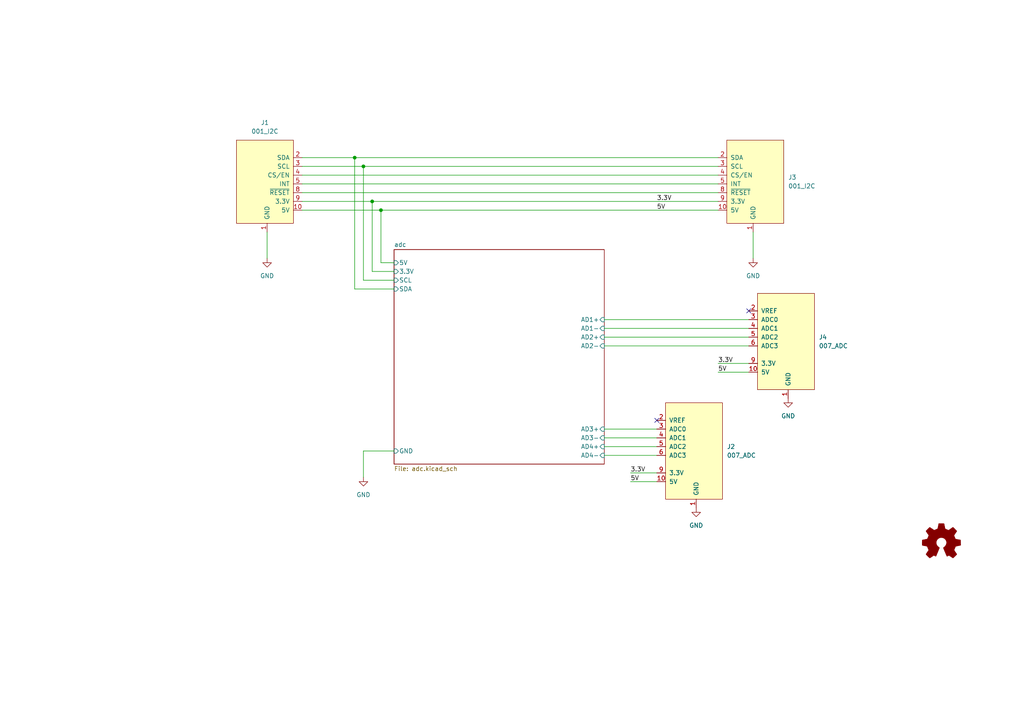
<source format=kicad_sch>
(kicad_sch (version 20211123) (generator eeschema)

  (uuid 57732dd3-1162-4c3f-88bd-31bf473d124d)

  (paper "A4")

  (lib_symbols
    (symbol "Graphic:Logo_Open_Hardware_Small" (pin_names (offset 1.016)) (in_bom yes) (on_board yes)
      (property "Reference" "#LOGO" (id 0) (at 0 6.985 0)
        (effects (font (size 1.27 1.27)) hide)
      )
      (property "Value" "Logo_Open_Hardware_Small" (id 1) (at 0 -5.715 0)
        (effects (font (size 1.27 1.27)) hide)
      )
      (property "Footprint" "" (id 2) (at 0 0 0)
        (effects (font (size 1.27 1.27)) hide)
      )
      (property "Datasheet" "~" (id 3) (at 0 0 0)
        (effects (font (size 1.27 1.27)) hide)
      )
      (property "ki_keywords" "Logo" (id 4) (at 0 0 0)
        (effects (font (size 1.27 1.27)) hide)
      )
      (property "ki_description" "Open Hardware logo, small" (id 5) (at 0 0 0)
        (effects (font (size 1.27 1.27)) hide)
      )
      (symbol "Logo_Open_Hardware_Small_0_1"
        (polyline
          (pts
            (xy 3.3528 -4.3434)
            (xy 3.302 -4.318)
            (xy 3.175 -4.2418)
            (xy 2.9972 -4.1148)
            (xy 2.7686 -3.9624)
            (xy 2.54 -3.81)
            (xy 2.3622 -3.7084)
            (xy 2.2352 -3.6068)
            (xy 2.1844 -3.5814)
            (xy 2.159 -3.6068)
            (xy 2.0574 -3.6576)
            (xy 1.905 -3.7338)
            (xy 1.8034 -3.7846)
            (xy 1.6764 -3.8354)
            (xy 1.6002 -3.8354)
            (xy 1.6002 -3.8354)
            (xy 1.5494 -3.7338)
            (xy 1.4732 -3.5306)
            (xy 1.3462 -3.302)
            (xy 1.2446 -3.0226)
            (xy 1.1176 -2.7178)
            (xy 0.9652 -2.413)
            (xy 0.8636 -2.1082)
            (xy 0.7366 -1.8288)
            (xy 0.6604 -1.6256)
            (xy 0.6096 -1.4732)
            (xy 0.5842 -1.397)
            (xy 0.5842 -1.397)
            (xy 0.6604 -1.3208)
            (xy 0.7874 -1.2446)
            (xy 1.0414 -1.016)
            (xy 1.2954 -0.6858)
            (xy 1.4478 -0.3302)
            (xy 1.524 0.0762)
            (xy 1.4732 0.4572)
            (xy 1.3208 0.8128)
            (xy 1.0668 1.143)
            (xy 0.762 1.3716)
            (xy 0.4064 1.524)
            (xy 0 1.5748)
            (xy -0.381 1.5494)
            (xy -0.7366 1.397)
            (xy -1.0668 1.143)
            (xy -1.2192 0.9906)
            (xy -1.397 0.6604)
            (xy -1.524 0.3048)
            (xy -1.524 0.2286)
            (xy -1.4986 -0.1778)
            (xy -1.397 -0.5334)
            (xy -1.1938 -0.8636)
            (xy -0.9144 -1.143)
            (xy -0.8636 -1.1684)
            (xy -0.7366 -1.27)
            (xy -0.635 -1.3462)
            (xy -0.5842 -1.397)
            (xy -1.0668 -2.5908)
            (xy -1.143 -2.794)
            (xy -1.2954 -3.1242)
            (xy -1.397 -3.4036)
            (xy -1.4986 -3.6322)
            (xy -1.5748 -3.7846)
            (xy -1.6002 -3.8354)
            (xy -1.6002 -3.8354)
            (xy -1.651 -3.8354)
            (xy -1.7272 -3.81)
            (xy -1.905 -3.7338)
            (xy -2.0066 -3.683)
            (xy -2.1336 -3.6068)
            (xy -2.2098 -3.5814)
            (xy -2.2606 -3.6068)
            (xy -2.3622 -3.683)
            (xy -2.54 -3.81)
            (xy -2.7686 -3.9624)
            (xy -2.9718 -4.0894)
            (xy -3.1496 -4.2164)
            (xy -3.302 -4.318)
            (xy -3.3528 -4.3434)
            (xy -3.3782 -4.3434)
            (xy -3.429 -4.318)
            (xy -3.5306 -4.2164)
            (xy -3.7084 -4.064)
            (xy -3.937 -3.8354)
            (xy -3.9624 -3.81)
            (xy -4.1656 -3.6068)
            (xy -4.318 -3.4544)
            (xy -4.4196 -3.3274)
            (xy -4.445 -3.2766)
            (xy -4.445 -3.2766)
            (xy -4.4196 -3.2258)
            (xy -4.318 -3.0734)
            (xy -4.2164 -2.8956)
            (xy -4.064 -2.667)
            (xy -3.6576 -2.0828)
            (xy -3.8862 -1.5494)
            (xy -3.937 -1.3716)
            (xy -4.0386 -1.1684)
            (xy -4.0894 -1.0414)
            (xy -4.1148 -0.9652)
            (xy -4.191 -0.9398)
            (xy -4.318 -0.9144)
            (xy -4.5466 -0.8636)
            (xy -4.8006 -0.8128)
            (xy -5.0546 -0.7874)
            (xy -5.2578 -0.7366)
            (xy -5.4356 -0.7112)
            (xy -5.5118 -0.6858)
            (xy -5.5118 -0.6858)
            (xy -5.5372 -0.635)
            (xy -5.5372 -0.5588)
            (xy -5.5372 -0.4318)
            (xy -5.5626 -0.2286)
            (xy -5.5626 0.0762)
            (xy -5.5626 0.127)
            (xy -5.5372 0.4064)
            (xy -5.5372 0.635)
            (xy -5.5372 0.762)
            (xy -5.5372 0.8382)
            (xy -5.5372 0.8382)
            (xy -5.461 0.8382)
            (xy -5.3086 0.889)
            (xy -5.08 0.9144)
            (xy -4.826 0.9652)
            (xy -4.8006 0.9906)
            (xy -4.5466 1.0414)
            (xy -4.318 1.0668)
            (xy -4.1656 1.1176)
            (xy -4.0894 1.143)
            (xy -4.0894 1.143)
            (xy -4.0386 1.2446)
            (xy -3.9624 1.4224)
            (xy -3.8608 1.6256)
            (xy -3.7846 1.8288)
            (xy -3.7084 2.0066)
            (xy -3.6576 2.159)
            (xy -3.6322 2.2098)
            (xy -3.6322 2.2098)
            (xy -3.683 2.286)
            (xy -3.7592 2.413)
            (xy -3.8862 2.5908)
            (xy -4.064 2.8194)
            (xy -4.064 2.8448)
            (xy -4.2164 3.0734)
            (xy -4.3434 3.2512)
            (xy -4.4196 3.3782)
            (xy -4.445 3.4544)
            (xy -4.445 3.4544)
            (xy -4.3942 3.5052)
            (xy -4.2926 3.6322)
            (xy -4.1148 3.81)
            (xy -3.937 4.0132)
            (xy -3.8608 4.064)
            (xy -3.6576 4.2926)
            (xy -3.5052 4.4196)
            (xy -3.4036 4.4958)
            (xy -3.3528 4.5212)
            (xy -3.3528 4.5212)
            (xy -3.302 4.4704)
            (xy -3.1496 4.3688)
            (xy -2.9718 4.2418)
            (xy -2.7432 4.0894)
            (xy -2.7178 4.0894)
            (xy -2.4892 3.937)
            (xy -2.3114 3.81)
            (xy -2.1844 3.7084)
            (xy -2.1336 3.683)
            (xy -2.1082 3.683)
            (xy -2.032 3.7084)
            (xy -1.8542 3.7592)
            (xy -1.6764 3.8354)
            (xy -1.4732 3.937)
            (xy -1.27 4.0132)
            (xy -1.143 4.064)
            (xy -1.0668 4.1148)
            (xy -1.0668 4.1148)
            (xy -1.0414 4.191)
            (xy -1.016 4.3434)
            (xy -0.9652 4.572)
            (xy -0.9144 4.8514)
            (xy -0.889 4.9022)
            (xy -0.8382 5.1562)
            (xy -0.8128 5.3848)
            (xy -0.7874 5.5372)
            (xy -0.762 5.588)
            (xy -0.7112 5.6134)
            (xy -0.5842 5.6134)
            (xy -0.4064 5.6134)
            (xy -0.1524 5.6134)
            (xy 0.0762 5.6134)
            (xy 0.3302 5.6134)
            (xy 0.5334 5.6134)
            (xy 0.6858 5.588)
            (xy 0.7366 5.588)
            (xy 0.7366 5.588)
            (xy 0.762 5.5118)
            (xy 0.8128 5.334)
            (xy 0.8382 5.1054)
            (xy 0.9144 4.826)
            (xy 0.9144 4.7752)
            (xy 0.9652 4.5212)
            (xy 1.016 4.2926)
            (xy 1.0414 4.1402)
            (xy 1.0668 4.0894)
            (xy 1.0668 4.0894)
            (xy 1.1938 4.0386)
            (xy 1.3716 3.9624)
            (xy 1.5748 3.8608)
            (xy 2.0828 3.6576)
            (xy 2.7178 4.0894)
            (xy 2.7686 4.1402)
            (xy 2.9972 4.2926)
            (xy 3.175 4.4196)
            (xy 3.302 4.4958)
            (xy 3.3782 4.5212)
            (xy 3.3782 4.5212)
            (xy 3.429 4.4704)
            (xy 3.556 4.3434)
            (xy 3.7338 4.191)
            (xy 3.9116 3.9878)
            (xy 4.064 3.8354)
            (xy 4.2418 3.6576)
            (xy 4.3434 3.556)
            (xy 4.4196 3.4798)
            (xy 4.4196 3.429)
            (xy 4.4196 3.4036)
            (xy 4.3942 3.3274)
            (xy 4.2926 3.2004)
            (xy 4.1656 2.9972)
            (xy 4.0132 2.794)
            (xy 3.8862 2.5908)
            (xy 3.7592 2.3876)
            (xy 3.6576 2.2352)
            (xy 3.6322 2.159)
            (xy 3.6322 2.1336)
            (xy 3.683 2.0066)
            (xy 3.7592 1.8288)
            (xy 3.8608 1.6002)
            (xy 4.064 1.1176)
            (xy 4.3942 1.0414)
            (xy 4.5974 1.016)
            (xy 4.8768 0.9652)
            (xy 5.1308 0.9144)
            (xy 5.5372 0.8382)
            (xy 5.5626 -0.6604)
            (xy 5.4864 -0.6858)
            (xy 5.4356 -0.6858)
            (xy 5.2832 -0.7366)
            (xy 5.0546 -0.762)
            (xy 4.8006 -0.8128)
            (xy 4.5974 -0.8636)
            (xy 4.3688 -0.9144)
            (xy 4.2164 -0.9398)
            (xy 4.1402 -0.9398)
            (xy 4.1148 -0.9652)
            (xy 4.064 -1.0668)
            (xy 3.9878 -1.2446)
            (xy 3.9116 -1.4478)
            (xy 3.81 -1.651)
            (xy 3.7338 -1.8542)
            (xy 3.683 -2.0066)
            (xy 3.6576 -2.0828)
            (xy 3.683 -2.1336)
            (xy 3.7846 -2.2606)
            (xy 3.8862 -2.4638)
            (xy 4.0386 -2.667)
            (xy 4.191 -2.8956)
            (xy 4.318 -3.0734)
            (xy 4.3942 -3.2004)
            (xy 4.445 -3.2766)
            (xy 4.4196 -3.3274)
            (xy 4.3434 -3.429)
            (xy 4.1656 -3.5814)
            (xy 3.937 -3.8354)
            (xy 3.8862 -3.8608)
            (xy 3.683 -4.064)
            (xy 3.5306 -4.2164)
            (xy 3.4036 -4.318)
            (xy 3.3528 -4.3434)
          )
          (stroke (width 0) (type default) (color 0 0 0 0))
          (fill (type outline))
        )
      )
    )
    (symbol "power:GND" (power) (pin_names (offset 0)) (in_bom yes) (on_board yes)
      (property "Reference" "#PWR" (id 0) (at 0 -6.35 0)
        (effects (font (size 1.27 1.27)) hide)
      )
      (property "Value" "GND" (id 1) (at 0 -3.81 0)
        (effects (font (size 1.27 1.27)))
      )
      (property "Footprint" "" (id 2) (at 0 0 0)
        (effects (font (size 1.27 1.27)) hide)
      )
      (property "Datasheet" "" (id 3) (at 0 0 0)
        (effects (font (size 1.27 1.27)) hide)
      )
      (property "ki_keywords" "power-flag" (id 4) (at 0 0 0)
        (effects (font (size 1.27 1.27)) hide)
      )
      (property "ki_description" "Power symbol creates a global label with name \"GND\" , ground" (id 5) (at 0 0 0)
        (effects (font (size 1.27 1.27)) hide)
      )
      (symbol "GND_0_1"
        (polyline
          (pts
            (xy 0 0)
            (xy 0 -1.27)
            (xy 1.27 -1.27)
            (xy 0 -2.54)
            (xy -1.27 -1.27)
            (xy 0 -1.27)
          )
          (stroke (width 0) (type default) (color 0 0 0 0))
          (fill (type none))
        )
      )
      (symbol "GND_1_1"
        (pin power_in line (at 0 0 270) (length 0) hide
          (name "GND" (effects (font (size 1.27 1.27))))
          (number "1" (effects (font (size 1.27 1.27))))
        )
      )
    )
    (symbol "put_on_edge:001_I2C" (pin_names (offset 1.016)) (in_bom yes) (on_board yes)
      (property "Reference" "J" (id 0) (at -2.54 13.97 0)
        (effects (font (size 1.27 1.27)))
      )
      (property "Value" "001_I2C" (id 1) (at 8.89 13.97 0)
        (effects (font (size 1.27 1.27)))
      )
      (property "Footprint" "" (id 2) (at 7.62 16.51 0)
        (effects (font (size 1.27 1.27)) hide)
      )
      (property "Datasheet" "" (id 3) (at 7.62 16.51 0)
        (effects (font (size 1.27 1.27)) hide)
      )
      (symbol "001_I2C_0_1"
        (rectangle (start -8.89 12.7) (end 7.62 -11.43)
          (stroke (width 0) (type default) (color 0 0 0 0))
          (fill (type background))
        )
      )
      (symbol "001_I2C_1_1"
        (pin power_in line (at -1.27 -13.97 90) (length 2.54)
          (name "GND" (effects (font (size 1.27 1.27))))
          (number "1" (effects (font (size 1.27 1.27))))
        )
        (pin power_in line (at -11.43 -7.62 0) (length 2.54)
          (name "5V" (effects (font (size 1.27 1.27))))
          (number "10" (effects (font (size 1.27 1.27))))
        )
        (pin bidirectional line (at -11.43 7.62 0) (length 2.54)
          (name "SDA" (effects (font (size 1.27 1.27))))
          (number "2" (effects (font (size 1.27 1.27))))
        )
        (pin bidirectional line (at -11.43 5.08 0) (length 2.54)
          (name "SCL" (effects (font (size 1.27 1.27))))
          (number "3" (effects (font (size 1.27 1.27))))
        )
        (pin bidirectional line (at -11.43 2.54 0) (length 2.54)
          (name "CS/EN" (effects (font (size 1.27 1.27))))
          (number "4" (effects (font (size 1.27 1.27))))
        )
        (pin bidirectional line (at -11.43 0 0) (length 2.54)
          (name "INT" (effects (font (size 1.27 1.27))))
          (number "5" (effects (font (size 1.27 1.27))))
        )
        (pin bidirectional line (at -11.43 -2.54 0) (length 2.54)
          (name "~{RESET}" (effects (font (size 1.27 1.27))))
          (number "8" (effects (font (size 1.27 1.27))))
        )
        (pin power_in line (at -11.43 -5.08 0) (length 2.54)
          (name "3.3V" (effects (font (size 1.27 1.27))))
          (number "9" (effects (font (size 1.27 1.27))))
        )
      )
    )
    (symbol "put_on_edge:007_ADC" (pin_names (offset 1.016)) (in_bom yes) (on_board yes)
      (property "Reference" "J" (id 0) (at -2.54 13.97 0)
        (effects (font (size 1.27 1.27)))
      )
      (property "Value" "007_ADC" (id 1) (at 8.89 13.97 0)
        (effects (font (size 1.27 1.27)))
      )
      (property "Footprint" "" (id 2) (at 7.62 16.51 0)
        (effects (font (size 1.27 1.27)) hide)
      )
      (property "Datasheet" "" (id 3) (at 7.62 16.51 0)
        (effects (font (size 1.27 1.27)) hide)
      )
      (symbol "007_ADC_0_1"
        (rectangle (start -8.89 12.7) (end 7.62 -15.24)
          (stroke (width 0) (type default) (color 0 0 0 0))
          (fill (type background))
        )
      )
      (symbol "007_ADC_1_1"
        (pin power_in line (at 0 -17.78 90) (length 2.54)
          (name "GND" (effects (font (size 1.27 1.27))))
          (number "1" (effects (font (size 1.27 1.27))))
        )
        (pin bidirectional line (at -11.43 -10.16 0) (length 2.54)
          (name "5V" (effects (font (size 1.27 1.27))))
          (number "10" (effects (font (size 1.27 1.27))))
        )
        (pin bidirectional line (at -11.43 7.62 0) (length 2.54)
          (name "VREF" (effects (font (size 1.27 1.27))))
          (number "2" (effects (font (size 1.27 1.27))))
        )
        (pin power_in line (at -11.43 5.08 0) (length 2.54)
          (name "ADC0" (effects (font (size 1.27 1.27))))
          (number "3" (effects (font (size 1.27 1.27))))
        )
        (pin bidirectional line (at -11.43 2.54 0) (length 2.54)
          (name "ADC1" (effects (font (size 1.27 1.27))))
          (number "4" (effects (font (size 1.27 1.27))))
        )
        (pin bidirectional line (at -11.43 0 0) (length 2.54)
          (name "ADC2" (effects (font (size 1.27 1.27))))
          (number "5" (effects (font (size 1.27 1.27))))
        )
        (pin bidirectional line (at -11.43 -2.54 0) (length 2.54)
          (name "ADC3" (effects (font (size 1.27 1.27))))
          (number "6" (effects (font (size 1.27 1.27))))
        )
        (pin bidirectional line (at -11.43 -7.62 0) (length 2.54)
          (name "3.3V" (effects (font (size 1.27 1.27))))
          (number "9" (effects (font (size 1.27 1.27))))
        )
      )
    )
  )

  (junction (at 107.95 58.42) (diameter 0) (color 0 0 0 0)
    (uuid 914524f9-247a-4d31-a23a-bbe1628a0f74)
  )
  (junction (at 110.49 60.96) (diameter 0) (color 0 0 0 0)
    (uuid bc61948f-a9eb-4dbf-8b7b-5b4c43a17af1)
  )
  (junction (at 105.41 48.26) (diameter 0) (color 0 0 0 0)
    (uuid cf271895-4cff-4434-b7cc-de7d04145775)
  )
  (junction (at 102.87 45.72) (diameter 0) (color 0 0 0 0)
    (uuid dd4cab4a-9606-4b59-afdb-56d33c01da1f)
  )

  (no_connect (at 190.5 121.92) (uuid 8a2016ee-59d0-466d-80ee-097b1c83fea2))
  (no_connect (at 217.17 90.17) (uuid cf83e013-a15f-46f4-94e9-b0d77099f6a2))

  (wire (pts (xy 105.41 130.81) (xy 105.41 138.43))
    (stroke (width 0) (type default) (color 0 0 0 0))
    (uuid 08fdc18a-5d5a-4eec-82ac-8e6285c59881)
  )
  (wire (pts (xy 110.49 76.2) (xy 110.49 60.96))
    (stroke (width 0) (type default) (color 0 0 0 0))
    (uuid 0a9c33aa-fd93-4be1-9f01-4d89d7fffc0d)
  )
  (wire (pts (xy 208.28 105.41) (xy 217.17 105.41))
    (stroke (width 0) (type default) (color 0 0 0 0))
    (uuid 0dc224e6-6c52-4909-a489-cd30b35b0929)
  )
  (wire (pts (xy 105.41 48.26) (xy 208.28 48.26))
    (stroke (width 0) (type default) (color 0 0 0 0))
    (uuid 1d383f6f-67bf-4307-b645-0821ccd16fc1)
  )
  (wire (pts (xy 175.26 132.08) (xy 190.5 132.08))
    (stroke (width 0) (type default) (color 0 0 0 0))
    (uuid 1e287fc2-1e18-4149-8dcc-671d8f810884)
  )
  (wire (pts (xy 218.44 67.31) (xy 218.44 74.93))
    (stroke (width 0) (type default) (color 0 0 0 0))
    (uuid 208b129d-fa16-4d5e-b3f3-2c0f04cfdb39)
  )
  (wire (pts (xy 114.3 83.82) (xy 102.87 83.82))
    (stroke (width 0) (type default) (color 0 0 0 0))
    (uuid 2229605b-ee30-48ee-a116-204563897272)
  )
  (wire (pts (xy 102.87 83.82) (xy 102.87 45.72))
    (stroke (width 0) (type default) (color 0 0 0 0))
    (uuid 33c66f2d-42cf-482e-8590-3cec0b258f1a)
  )
  (wire (pts (xy 102.87 45.72) (xy 208.28 45.72))
    (stroke (width 0) (type default) (color 0 0 0 0))
    (uuid 35d3d204-8a9e-4f30-abc7-058efca98e8a)
  )
  (wire (pts (xy 107.95 78.74) (xy 107.95 58.42))
    (stroke (width 0) (type default) (color 0 0 0 0))
    (uuid 4b72d244-d676-4bd0-808c-2d6e5b33f44b)
  )
  (wire (pts (xy 175.26 95.25) (xy 217.17 95.25))
    (stroke (width 0) (type default) (color 0 0 0 0))
    (uuid 4cd6e8a6-c979-4bd6-91f2-ed72c978c5ac)
  )
  (wire (pts (xy 208.28 107.95) (xy 217.17 107.95))
    (stroke (width 0) (type default) (color 0 0 0 0))
    (uuid 509d66d8-9eaf-4698-81b1-981c64ac3ad1)
  )
  (wire (pts (xy 182.88 139.7) (xy 190.5 139.7))
    (stroke (width 0) (type default) (color 0 0 0 0))
    (uuid 84d08621-590b-45e7-ab3a-e2302826486b)
  )
  (wire (pts (xy 87.63 53.34) (xy 208.28 53.34))
    (stroke (width 0) (type default) (color 0 0 0 0))
    (uuid 8d86dbb6-f349-4da8-8700-befd14e6d2d3)
  )
  (wire (pts (xy 87.63 58.42) (xy 107.95 58.42))
    (stroke (width 0) (type default) (color 0 0 0 0))
    (uuid 9695b67f-7386-4c95-830a-8ad55f9579d2)
  )
  (wire (pts (xy 110.49 60.96) (xy 208.28 60.96))
    (stroke (width 0) (type default) (color 0 0 0 0))
    (uuid 9d92bdbf-e6a7-4f4c-80df-d13802ca8f85)
  )
  (wire (pts (xy 87.63 60.96) (xy 110.49 60.96))
    (stroke (width 0) (type default) (color 0 0 0 0))
    (uuid a121b62f-069a-4f46-b66e-a072bc28f2c4)
  )
  (wire (pts (xy 175.26 129.54) (xy 190.5 129.54))
    (stroke (width 0) (type default) (color 0 0 0 0))
    (uuid a8e2d96b-7937-491e-9241-3320fef2aaa8)
  )
  (wire (pts (xy 175.26 124.46) (xy 190.5 124.46))
    (stroke (width 0) (type default) (color 0 0 0 0))
    (uuid af6866a4-bd28-4d9c-a42d-9e1bee499600)
  )
  (wire (pts (xy 87.63 55.88) (xy 208.28 55.88))
    (stroke (width 0) (type default) (color 0 0 0 0))
    (uuid baa3587f-5a73-41d3-8f2c-06942e6bc7db)
  )
  (wire (pts (xy 105.41 130.81) (xy 114.3 130.81))
    (stroke (width 0) (type default) (color 0 0 0 0))
    (uuid c36e6f9c-67bc-414a-8001-7c88a449449d)
  )
  (wire (pts (xy 87.63 45.72) (xy 102.87 45.72))
    (stroke (width 0) (type default) (color 0 0 0 0))
    (uuid c808ffe1-6dc2-4be9-9f6a-060b038fd19c)
  )
  (wire (pts (xy 175.26 97.79) (xy 217.17 97.79))
    (stroke (width 0) (type default) (color 0 0 0 0))
    (uuid cb04c888-bceb-4116-aed5-ba7b45b12024)
  )
  (wire (pts (xy 107.95 58.42) (xy 208.28 58.42))
    (stroke (width 0) (type default) (color 0 0 0 0))
    (uuid cd4026d7-03ef-41b1-a4fd-726a7fd9ef5c)
  )
  (wire (pts (xy 182.88 137.16) (xy 190.5 137.16))
    (stroke (width 0) (type default) (color 0 0 0 0))
    (uuid d1bc5f9b-e7ea-46c7-b7e8-fdf1ce0a96d3)
  )
  (wire (pts (xy 175.26 127) (xy 190.5 127))
    (stroke (width 0) (type default) (color 0 0 0 0))
    (uuid d578e461-b32a-4053-bb32-351bd6862688)
  )
  (wire (pts (xy 114.3 81.28) (xy 105.41 81.28))
    (stroke (width 0) (type default) (color 0 0 0 0))
    (uuid d7499dcd-2afe-478a-9a30-a923e7b4c2e4)
  )
  (wire (pts (xy 114.3 76.2) (xy 110.49 76.2))
    (stroke (width 0) (type default) (color 0 0 0 0))
    (uuid d82ef2e9-d077-4f31-b227-11ab5589410e)
  )
  (wire (pts (xy 175.26 92.71) (xy 217.17 92.71))
    (stroke (width 0) (type default) (color 0 0 0 0))
    (uuid da5370c7-1e2d-4fc0-96c1-9eb4b4eea10f)
  )
  (wire (pts (xy 105.41 81.28) (xy 105.41 48.26))
    (stroke (width 0) (type default) (color 0 0 0 0))
    (uuid dfeb5c3f-55bf-48d6-84c5-9bdc1d4e3d1d)
  )
  (wire (pts (xy 77.47 67.31) (xy 77.47 74.93))
    (stroke (width 0) (type default) (color 0 0 0 0))
    (uuid e46e6939-b7d0-4c97-8315-164e73117696)
  )
  (wire (pts (xy 175.26 100.33) (xy 217.17 100.33))
    (stroke (width 0) (type default) (color 0 0 0 0))
    (uuid e744b90d-4e4a-4445-939b-edd06cbe5785)
  )
  (wire (pts (xy 87.63 50.8) (xy 208.28 50.8))
    (stroke (width 0) (type default) (color 0 0 0 0))
    (uuid ea11fb15-c434-47fa-b6d7-be5aa8cf05d5)
  )
  (wire (pts (xy 114.3 78.74) (xy 107.95 78.74))
    (stroke (width 0) (type default) (color 0 0 0 0))
    (uuid f2692e2e-b9ae-4fef-ac93-a11b8384d4a1)
  )
  (wire (pts (xy 87.63 48.26) (xy 105.41 48.26))
    (stroke (width 0) (type default) (color 0 0 0 0))
    (uuid f661be7f-a7f6-40ad-a918-8c79c8549bc0)
  )

  (label "3.3V" (at 182.88 137.16 0)
    (effects (font (size 1.27 1.27)) (justify left bottom))
    (uuid 0df1901e-08af-4d2c-b0b1-f2021b0e7fa9)
  )
  (label "5V" (at 190.5 60.96 0)
    (effects (font (size 1.27 1.27)) (justify left bottom))
    (uuid 3fc2c201-6d55-4d8b-a3e5-2cdc05ebbbd5)
  )
  (label "5V" (at 182.88 139.7 0)
    (effects (font (size 1.27 1.27)) (justify left bottom))
    (uuid 4fc7b79e-3ef9-49c8-bf4d-e0fa350c683d)
  )
  (label "3.3V" (at 190.5 58.42 0)
    (effects (font (size 1.27 1.27)) (justify left bottom))
    (uuid 8d48dff8-274e-4752-836f-da452d414787)
  )
  (label "5V" (at 208.28 107.95 0)
    (effects (font (size 1.27 1.27)) (justify left bottom))
    (uuid a97f2ad7-fa91-4e76-bc28-801973d6da08)
  )
  (label "3.3V" (at 208.28 105.41 0)
    (effects (font (size 1.27 1.27)) (justify left bottom))
    (uuid d2397e4c-c863-47c9-a6f5-7afe523b586d)
  )

  (symbol (lib_id "put_on_edge:007_ADC") (at 228.6 97.79 0) (unit 1)
    (in_bom yes) (on_board yes) (fields_autoplaced)
    (uuid 216e387b-2e48-438c-a00d-a1d48cd44f9c)
    (property "Reference" "J4" (id 0) (at 237.49 97.7899 0)
      (effects (font (size 1.27 1.27)) (justify left))
    )
    (property "Value" "007_ADC" (id 1) (at 237.49 100.3299 0)
      (effects (font (size 1.27 1.27)) (justify left))
    )
    (property "Footprint" "on_edge:on_edge_2x05_host" (id 2) (at 236.22 81.28 0)
      (effects (font (size 1.27 1.27)) hide)
    )
    (property "Datasheet" "" (id 3) (at 236.22 81.28 0)
      (effects (font (size 1.27 1.27)) hide)
    )
    (pin "1" (uuid e16e00d3-bb10-4c68-83ce-0cbe01400025))
    (pin "10" (uuid 12f5ffe7-61d5-4bfc-9316-5d9a5e68752f))
    (pin "2" (uuid d8a181e2-ecd7-4eb9-b6f6-5168f1f23712))
    (pin "3" (uuid d5c3214f-4d79-4441-92ac-cf6953f78361))
    (pin "4" (uuid 383ce724-53df-4350-9f24-4aeeeada1bab))
    (pin "5" (uuid 45c4fc27-9f1a-4f81-8bf1-1cc4148f251e))
    (pin "6" (uuid d15b8f9b-bf13-4415-a017-4f6552a82dab))
    (pin "9" (uuid dad27c00-b781-4207-87ce-a27bf615f2ea))
  )

  (symbol (lib_id "put_on_edge:007_ADC") (at 201.93 129.54 0) (unit 1)
    (in_bom yes) (on_board yes) (fields_autoplaced)
    (uuid 3747ee16-b66b-4298-b320-417e0018439e)
    (property "Reference" "J2" (id 0) (at 210.82 129.5399 0)
      (effects (font (size 1.27 1.27)) (justify left))
    )
    (property "Value" "007_ADC" (id 1) (at 210.82 132.0799 0)
      (effects (font (size 1.27 1.27)) (justify left))
    )
    (property "Footprint" "on_edge:on_edge_2x05_host" (id 2) (at 209.55 113.03 0)
      (effects (font (size 1.27 1.27)) hide)
    )
    (property "Datasheet" "" (id 3) (at 209.55 113.03 0)
      (effects (font (size 1.27 1.27)) hide)
    )
    (pin "1" (uuid 01623684-484b-4437-a8dd-5c85c31f6fb8))
    (pin "10" (uuid 3ebad157-cb9d-489c-ac36-906c6f6c0adf))
    (pin "2" (uuid b51ee7b4-e397-4870-b98c-b4ca81dac879))
    (pin "3" (uuid e59a7561-5504-481e-b607-bd0471994329))
    (pin "4" (uuid 4d6a9b14-8f9f-46ba-80df-71ed8b9d181a))
    (pin "5" (uuid 6d3a2a44-5682-4984-809d-189ce19c161b))
    (pin "6" (uuid bed68e66-988a-4766-baf1-b79685875fbf))
    (pin "9" (uuid 104b7699-3ef3-4b18-b253-27e6aed2ea7f))
  )

  (symbol (lib_id "power:GND") (at 201.93 147.32 0) (unit 1)
    (in_bom yes) (on_board yes) (fields_autoplaced)
    (uuid 5ab954a9-2468-4f20-bee6-e2ae25839a91)
    (property "Reference" "#PWR0104" (id 0) (at 201.93 153.67 0)
      (effects (font (size 1.27 1.27)) hide)
    )
    (property "Value" "GND" (id 1) (at 201.93 152.4 0))
    (property "Footprint" "" (id 2) (at 201.93 147.32 0)
      (effects (font (size 1.27 1.27)) hide)
    )
    (property "Datasheet" "" (id 3) (at 201.93 147.32 0)
      (effects (font (size 1.27 1.27)) hide)
    )
    (pin "1" (uuid 415fbab5-5c40-4284-a94d-847a61660d88))
  )

  (symbol (lib_id "put_on_edge:001_I2C") (at 76.2 53.34 0) (mirror y) (unit 1)
    (in_bom yes) (on_board yes) (fields_autoplaced)
    (uuid 65ddb09c-bb57-4fcc-adcd-a7d31ec4353e)
    (property "Reference" "J1" (id 0) (at 76.835 35.56 0))
    (property "Value" "001_I2C" (id 1) (at 76.835 38.1 0))
    (property "Footprint" "on_edge:on_edge_2x05_device" (id 2) (at 68.58 36.83 0)
      (effects (font (size 1.27 1.27)) hide)
    )
    (property "Datasheet" "" (id 3) (at 68.58 36.83 0)
      (effects (font (size 1.27 1.27)) hide)
    )
    (pin "1" (uuid a3880b68-0db4-443d-b333-673e258adaf0))
    (pin "10" (uuid 7a3d948f-0f9c-40f2-92ea-c8ff4e304845))
    (pin "2" (uuid 7709575a-e1f9-44ec-831c-9fc64744280b))
    (pin "3" (uuid b921c58b-2c24-407d-86eb-10b2eb316881))
    (pin "4" (uuid b1ab9114-c85f-476d-a777-527ef2ab4754))
    (pin "5" (uuid 091d49aa-0cf0-4076-b85a-5372f9d3edb9))
    (pin "8" (uuid 17971339-0c85-4d87-820a-ee1c51642ba5))
    (pin "9" (uuid 5f1a2dc6-79cf-4934-8b8a-9dbba639717e))
  )

  (symbol (lib_id "power:GND") (at 105.41 138.43 0) (unit 1)
    (in_bom yes) (on_board yes) (fields_autoplaced)
    (uuid 774bb02e-df67-4f97-800e-49b89145bdfc)
    (property "Reference" "#PWR0102" (id 0) (at 105.41 144.78 0)
      (effects (font (size 1.27 1.27)) hide)
    )
    (property "Value" "GND" (id 1) (at 105.41 143.51 0))
    (property "Footprint" "" (id 2) (at 105.41 138.43 0)
      (effects (font (size 1.27 1.27)) hide)
    )
    (property "Datasheet" "" (id 3) (at 105.41 138.43 0)
      (effects (font (size 1.27 1.27)) hide)
    )
    (pin "1" (uuid 4ad916ba-1192-4d82-a4f1-f4c15ac583bd))
  )

  (symbol (lib_id "put_on_edge:001_I2C") (at 219.71 53.34 0) (unit 1)
    (in_bom yes) (on_board yes) (fields_autoplaced)
    (uuid 8143f184-7ecd-4d37-8487-cf5e9bd51f2b)
    (property "Reference" "J3" (id 0) (at 228.6 51.4349 0)
      (effects (font (size 1.27 1.27)) (justify left))
    )
    (property "Value" "001_I2C" (id 1) (at 228.6 53.9749 0)
      (effects (font (size 1.27 1.27)) (justify left))
    )
    (property "Footprint" "on_edge:on_edge_2x05_host" (id 2) (at 227.33 36.83 0)
      (effects (font (size 1.27 1.27)) hide)
    )
    (property "Datasheet" "" (id 3) (at 227.33 36.83 0)
      (effects (font (size 1.27 1.27)) hide)
    )
    (pin "1" (uuid 2bcb9dbb-0085-40b6-bd6e-ec37eba2c581))
    (pin "10" (uuid 185fe2ed-3a93-44cb-9f3f-7752398fd380))
    (pin "2" (uuid 89313199-f581-4bfd-9075-c8cfba61fab6))
    (pin "3" (uuid ab232fc3-ebfc-4677-92de-189442d665c1))
    (pin "4" (uuid ac3ecfe3-1e37-4b76-a39f-0143c140e97b))
    (pin "5" (uuid 2b086d4a-2d48-461d-b7a5-067c123a14ee))
    (pin "8" (uuid 08fb0805-c12f-4965-a7cc-48798e4716a3))
    (pin "9" (uuid 40a0c1fc-9e9b-4f4d-bdfe-227bd6046d25))
  )

  (symbol (lib_id "power:GND") (at 218.44 74.93 0) (unit 1)
    (in_bom yes) (on_board yes) (fields_autoplaced)
    (uuid 9231957b-dcda-48ac-88bd-4ee9e2c6405e)
    (property "Reference" "#PWR0105" (id 0) (at 218.44 81.28 0)
      (effects (font (size 1.27 1.27)) hide)
    )
    (property "Value" "GND" (id 1) (at 218.44 80.01 0))
    (property "Footprint" "" (id 2) (at 218.44 74.93 0)
      (effects (font (size 1.27 1.27)) hide)
    )
    (property "Datasheet" "" (id 3) (at 218.44 74.93 0)
      (effects (font (size 1.27 1.27)) hide)
    )
    (pin "1" (uuid 50fce316-b650-4081-89fa-7879aa35c13d))
  )

  (symbol (lib_id "power:GND") (at 228.6 115.57 0) (unit 1)
    (in_bom yes) (on_board yes) (fields_autoplaced)
    (uuid 94842bfa-2b2c-42da-bb8b-7609a6d5b84b)
    (property "Reference" "#PWR0103" (id 0) (at 228.6 121.92 0)
      (effects (font (size 1.27 1.27)) hide)
    )
    (property "Value" "GND" (id 1) (at 228.6 120.65 0))
    (property "Footprint" "" (id 2) (at 228.6 115.57 0)
      (effects (font (size 1.27 1.27)) hide)
    )
    (property "Datasheet" "" (id 3) (at 228.6 115.57 0)
      (effects (font (size 1.27 1.27)) hide)
    )
    (pin "1" (uuid 3be37f48-8316-43f0-be0b-19e222cb4527))
  )

  (symbol (lib_id "Graphic:Logo_Open_Hardware_Small") (at 273.05 157.48 0) (unit 1)
    (in_bom yes) (on_board yes) (fields_autoplaced)
    (uuid b72b6f4a-7489-40f2-bb90-d75ae01aa368)
    (property "Reference" "LOGO1" (id 0) (at 273.05 150.495 0)
      (effects (font (size 1.27 1.27)) hide)
    )
    (property "Value" "Logo_Open_Hardware_Small" (id 1) (at 273.05 163.195 0)
      (effects (font (size 1.27 1.27)) hide)
    )
    (property "Footprint" "Symbol:OSHW-Symbol_6.7x6mm_SilkScreen" (id 2) (at 273.05 157.48 0)
      (effects (font (size 1.27 1.27)) hide)
    )
    (property "Datasheet" "~" (id 3) (at 273.05 157.48 0)
      (effects (font (size 1.27 1.27)) hide)
    )
  )

  (symbol (lib_id "power:GND") (at 77.47 74.93 0) (unit 1)
    (in_bom yes) (on_board yes) (fields_autoplaced)
    (uuid f5291e93-84c8-4842-853b-632a4f38c515)
    (property "Reference" "#PWR0101" (id 0) (at 77.47 81.28 0)
      (effects (font (size 1.27 1.27)) hide)
    )
    (property "Value" "GND" (id 1) (at 77.47 80.01 0))
    (property "Footprint" "" (id 2) (at 77.47 74.93 0)
      (effects (font (size 1.27 1.27)) hide)
    )
    (property "Datasheet" "" (id 3) (at 77.47 74.93 0)
      (effects (font (size 1.27 1.27)) hide)
    )
    (pin "1" (uuid 2640b924-c163-4831-a774-088908d33f2d))
  )

  (sheet (at 114.3 72.39) (size 60.96 62.23) (fields_autoplaced)
    (stroke (width 0.1524) (type solid) (color 0 0 0 0))
    (fill (color 0 0 0 0.0000))
    (uuid 767ce4c6-0e55-4543-92f0-34cb8237a544)
    (property "Sheet name" "adc" (id 0) (at 114.3 71.6784 0)
      (effects (font (size 1.27 1.27)) (justify left bottom))
    )
    (property "Sheet file" "adc.kicad_sch" (id 1) (at 114.3 135.2046 0)
      (effects (font (size 1.27 1.27)) (justify left top))
    )
    (pin "3.3V" input (at 114.3 78.74 180)
      (effects (font (size 1.27 1.27)) (justify left))
      (uuid a3e3c3ca-d603-4010-9249-57b207bc9035)
    )
    (pin "SCL" input (at 114.3 81.28 180)
      (effects (font (size 1.27 1.27)) (justify left))
      (uuid 147aed0c-9d68-4fa4-9c71-4c8ffb31e545)
    )
    (pin "SDA" input (at 114.3 83.82 180)
      (effects (font (size 1.27 1.27)) (justify left))
      (uuid 3623a514-e624-40ad-8b7f-c769915795a6)
    )
    (pin "GND" input (at 114.3 130.81 180)
      (effects (font (size 1.27 1.27)) (justify left))
      (uuid 9705b41c-30e3-4282-b494-e4f51936e6e3)
    )
    (pin "AD2-" input (at 175.26 100.33 0)
      (effects (font (size 1.27 1.27)) (justify right))
      (uuid 4e2976fa-0bd4-4d94-8454-9c18c42bbd14)
    )
    (pin "AD2+" input (at 175.26 97.79 0)
      (effects (font (size 1.27 1.27)) (justify right))
      (uuid f28d19b6-158e-4673-b185-4ef215dacb51)
    )
    (pin "AD1+" input (at 175.26 92.71 0)
      (effects (font (size 1.27 1.27)) (justify right))
      (uuid 96489ced-725f-4b9d-9e50-a365c5b50161)
    )
    (pin "AD3+" input (at 175.26 124.46 0)
      (effects (font (size 1.27 1.27)) (justify right))
      (uuid 3073786e-943f-4c9e-afc5-14a1694b241c)
    )
    (pin "AD1-" input (at 175.26 95.25 0)
      (effects (font (size 1.27 1.27)) (justify right))
      (uuid e98f8aaf-0e55-4f84-8910-8d14210b4d4e)
    )
    (pin "AD3-" input (at 175.26 127 0)
      (effects (font (size 1.27 1.27)) (justify right))
      (uuid 1ba31f25-3f7f-4197-b074-e467f7520204)
    )
    (pin "AD4-" input (at 175.26 132.08 0)
      (effects (font (size 1.27 1.27)) (justify right))
      (uuid ae11d785-ba46-476a-bd0f-98d4ae2b4eae)
    )
    (pin "AD4+" input (at 175.26 129.54 0)
      (effects (font (size 1.27 1.27)) (justify right))
      (uuid acc39fd7-2f1c-498e-96a4-1dc3229aba9a)
    )
    (pin "5V" input (at 114.3 76.2 180)
      (effects (font (size 1.27 1.27)) (justify left))
      (uuid 63d67ab9-fc6a-4e7e-9522-71286b0432d8)
    )
  )

  (sheet_instances
    (path "/" (page "1"))
    (path "/767ce4c6-0e55-4543-92f0-34cb8237a544" (page "2"))
  )

  (symbol_instances
    (path "/f5291e93-84c8-4842-853b-632a4f38c515"
      (reference "#PWR0101") (unit 1) (value "GND") (footprint "")
    )
    (path "/774bb02e-df67-4f97-800e-49b89145bdfc"
      (reference "#PWR0102") (unit 1) (value "GND") (footprint "")
    )
    (path "/94842bfa-2b2c-42da-bb8b-7609a6d5b84b"
      (reference "#PWR0103") (unit 1) (value "GND") (footprint "")
    )
    (path "/5ab954a9-2468-4f20-bee6-e2ae25839a91"
      (reference "#PWR0104") (unit 1) (value "GND") (footprint "")
    )
    (path "/9231957b-dcda-48ac-88bd-4ee9e2c6405e"
      (reference "#PWR0105") (unit 1) (value "GND") (footprint "")
    )
    (path "/767ce4c6-0e55-4543-92f0-34cb8237a544/799dea54-6e15-4f22-9089-a0cc2e007542"
      (reference "C1") (unit 1) (value "100nF") (footprint "Capacitor_SMD:C_0603_1608Metric")
    )
    (path "/65ddb09c-bb57-4fcc-adcd-a7d31ec4353e"
      (reference "J1") (unit 1) (value "001_I2C") (footprint "on_edge:on_edge_2x05_device")
    )
    (path "/3747ee16-b66b-4298-b320-417e0018439e"
      (reference "J2") (unit 1) (value "007_ADC") (footprint "on_edge:on_edge_2x05_host")
    )
    (path "/8143f184-7ecd-4d37-8487-cf5e9bd51f2b"
      (reference "J3") (unit 1) (value "001_I2C") (footprint "on_edge:on_edge_2x05_host")
    )
    (path "/216e387b-2e48-438c-a00d-a1d48cd44f9c"
      (reference "J4") (unit 1) (value "007_ADC") (footprint "on_edge:on_edge_2x05_host")
    )
    (path "/b72b6f4a-7489-40f2-bb90-d75ae01aa368"
      (reference "LOGO1") (unit 1) (value "Logo_Open_Hardware_Small") (footprint "Symbol:OSHW-Symbol_6.7x6mm_SilkScreen")
    )
    (path "/767ce4c6-0e55-4543-92f0-34cb8237a544/36995226-20a5-4c1a-bfb0-ea0e85015f7f"
      (reference "R1") (unit 1) (value "d.n.p") (footprint "Resistor_SMD:R_0603_1608Metric")
    )
    (path "/767ce4c6-0e55-4543-92f0-34cb8237a544/d1cdfd64-85b3-4c1a-890d-d3d8b90ec31d"
      (reference "R2") (unit 1) (value "0R") (footprint "Resistor_SMD:R_0603_1608Metric")
    )
    (path "/767ce4c6-0e55-4543-92f0-34cb8237a544/bbcd8737-5061-4786-a10b-4e0d1e18d7fb"
      (reference "R3") (unit 1) (value "0R") (footprint "Resistor_SMD:R_0603_1608Metric")
    )
    (path "/767ce4c6-0e55-4543-92f0-34cb8237a544/381e5bb8-250b-4d48-9f28-a14eedac2d5b"
      (reference "R4") (unit 1) (value "d.n.p") (footprint "Resistor_SMD:R_0603_1608Metric")
    )
    (path "/767ce4c6-0e55-4543-92f0-34cb8237a544/45019466-72e2-4a8d-bae6-278e9227b442"
      (reference "R5") (unit 1) (value "d.n.p") (footprint "Resistor_SMD:R_0603_1608Metric")
    )
    (path "/767ce4c6-0e55-4543-92f0-34cb8237a544/52e60758-f663-470f-a3e1-88de91ae6e72"
      (reference "R6") (unit 1) (value "0R") (footprint "Resistor_SMD:R_0603_1608Metric")
    )
    (path "/767ce4c6-0e55-4543-92f0-34cb8237a544/683a191e-12cb-4329-8b18-99a51483a315"
      (reference "U1") (unit 1) (value "MCP3428") (footprint "Package_SO:SOIC-14_3.9x8.7mm_P1.27mm")
    )
  )
)

</source>
